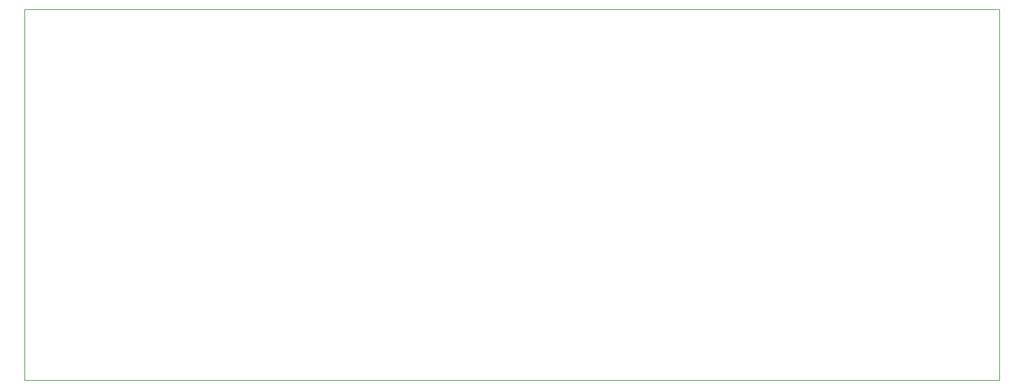
<source format=gbr>
G04 #@! TF.GenerationSoftware,KiCad,Pcbnew,(5.0.2)-1*
G04 #@! TF.CreationDate,2019-01-21T23:15:36+01:00*
G04 #@! TF.ProjectId,schematic,73636865-6d61-4746-9963-2e6b69636164,rev?*
G04 #@! TF.SameCoordinates,Original*
G04 #@! TF.FileFunction,Profile,NP*
%FSLAX46Y46*%
G04 Gerber Fmt 4.6, Leading zero omitted, Abs format (unit mm)*
G04 Created by KiCad (PCBNEW (5.0.2)-1) date 21.01.2019 23:15:36*
%MOMM*%
%LPD*%
G01*
G04 APERTURE LIST*
%ADD10C,0.150000*%
G04 APERTURE END LIST*
D10*
X275590000Y-38100000D02*
X25400000Y-38100000D01*
X275590000Y-133350000D02*
X275590000Y-38100000D01*
X25400000Y-133350000D02*
X275590000Y-133350000D01*
X25400000Y-38100000D02*
X25400000Y-133350000D01*
M02*

</source>
